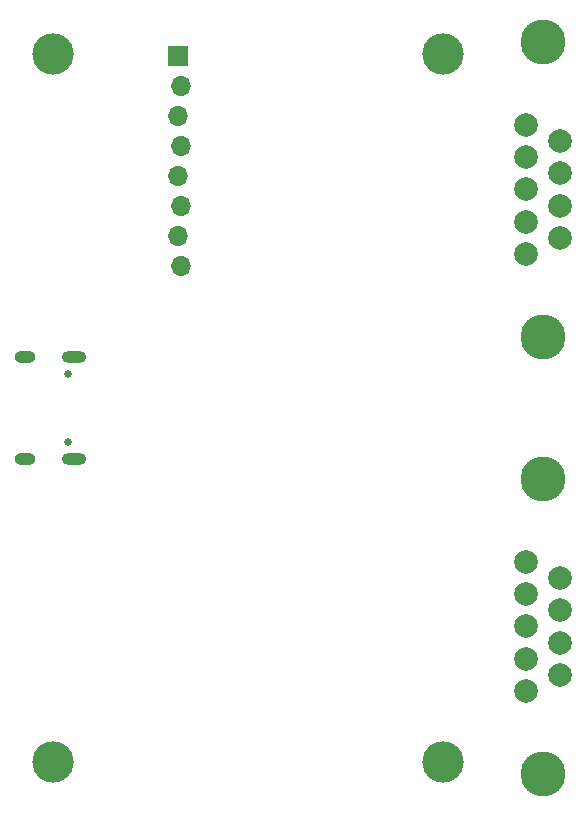
<source format=gbs>
G04 #@! TF.GenerationSoftware,KiCad,Pcbnew,8.0.5*
G04 #@! TF.CreationDate,2024-10-15T19:31:52+02:00*
G04 #@! TF.ProjectId,CANbardo,43414e62-6172-4646-9f2e-6b696361645f,Rev1*
G04 #@! TF.SameCoordinates,Original*
G04 #@! TF.FileFunction,Soldermask,Bot*
G04 #@! TF.FilePolarity,Negative*
%FSLAX46Y46*%
G04 Gerber Fmt 4.6, Leading zero omitted, Abs format (unit mm)*
G04 Created by KiCad (PCBNEW 8.0.5) date 2024-10-15 19:31:52*
%MOMM*%
%LPD*%
G01*
G04 APERTURE LIST*
%ADD10C,3.500000*%
%ADD11C,2.000000*%
%ADD12C,3.810000*%
%ADD13C,0.650000*%
%ADD14O,2.100000X1.000000*%
%ADD15O,1.800000X1.000000*%
%ADD16R,1.700000X1.700000*%
%ADD17O,1.700000X1.700000*%
G04 APERTURE END LIST*
D10*
X80000000Y-30000000D03*
D11*
X120078000Y-83986400D03*
X120078000Y-81243200D03*
X120078000Y-78500000D03*
X120078000Y-75756800D03*
X120078000Y-73013600D03*
X122922800Y-82614800D03*
X122922800Y-79871600D03*
X122922800Y-77128400D03*
X122922800Y-74385200D03*
D12*
X121475000Y-66003200D03*
X121475000Y-90996800D03*
D11*
X120078000Y-46986400D03*
X120078000Y-44243200D03*
X120078000Y-41500000D03*
X120078000Y-38756800D03*
X120078000Y-36013600D03*
X122922800Y-45614800D03*
X122922800Y-42871600D03*
X122922800Y-40128400D03*
X122922800Y-37385200D03*
D12*
X121475000Y-29003200D03*
X121475000Y-53996800D03*
D10*
X80000000Y-90000000D03*
X113000000Y-30000000D03*
D13*
X81280000Y-57110000D03*
X81280000Y-62890000D03*
D14*
X81780000Y-55680000D03*
D15*
X77600000Y-55680000D03*
D14*
X81780000Y-64320000D03*
D15*
X77600000Y-64320000D03*
D16*
X90550000Y-30225000D03*
D17*
X90850000Y-32765000D03*
X90550000Y-35305000D03*
X90850000Y-37845000D03*
X90550000Y-40385000D03*
X90850000Y-42925000D03*
X90550000Y-45465000D03*
X90850000Y-48005000D03*
D10*
X113000000Y-90000000D03*
M02*

</source>
